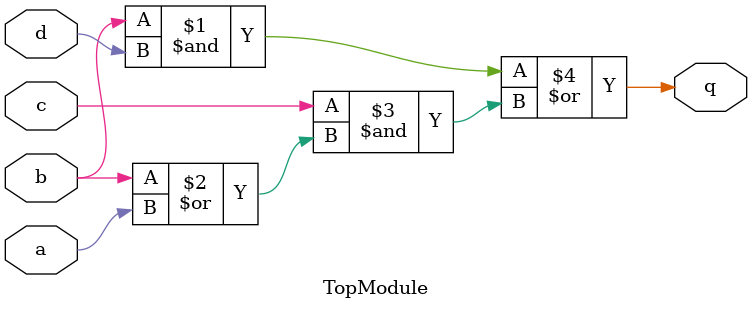
<source format=sv>
module TopModule (
    input logic a,
    input logic b,
    input logic c,
    input logic d,
    output logic q
);
    assign q = (b & d) | (c & (b | a));
endmodule

// VERILOG-EVAL: response did not use [BEGIN]/[DONE] correctly
</source>
